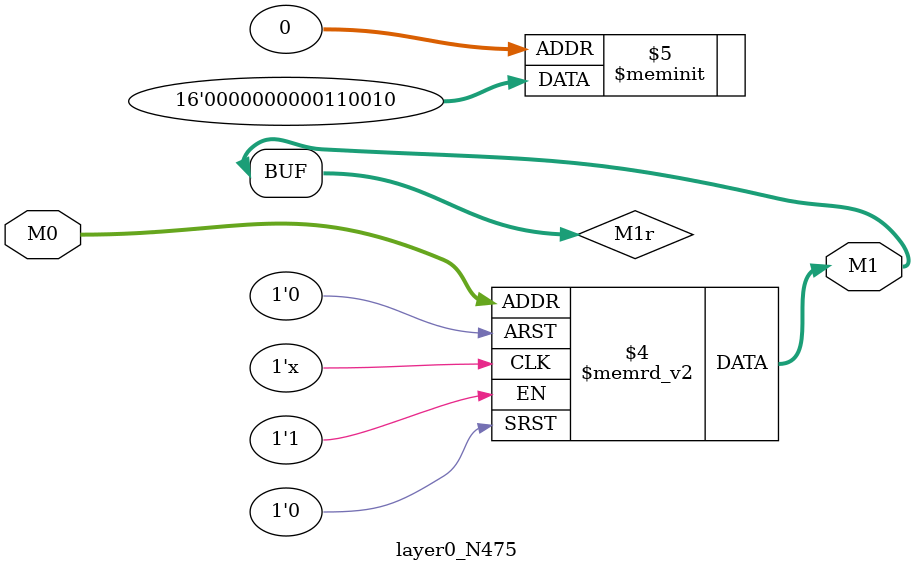
<source format=v>
module layer0_N475 ( input [2:0] M0, output [1:0] M1 );

	(*rom_style = "distributed" *) reg [1:0] M1r;
	assign M1 = M1r;
	always @ (M0) begin
		case (M0)
			3'b000: M1r = 2'b10;
			3'b100: M1r = 2'b00;
			3'b010: M1r = 2'b11;
			3'b110: M1r = 2'b00;
			3'b001: M1r = 2'b00;
			3'b101: M1r = 2'b00;
			3'b011: M1r = 2'b00;
			3'b111: M1r = 2'b00;

		endcase
	end
endmodule

</source>
